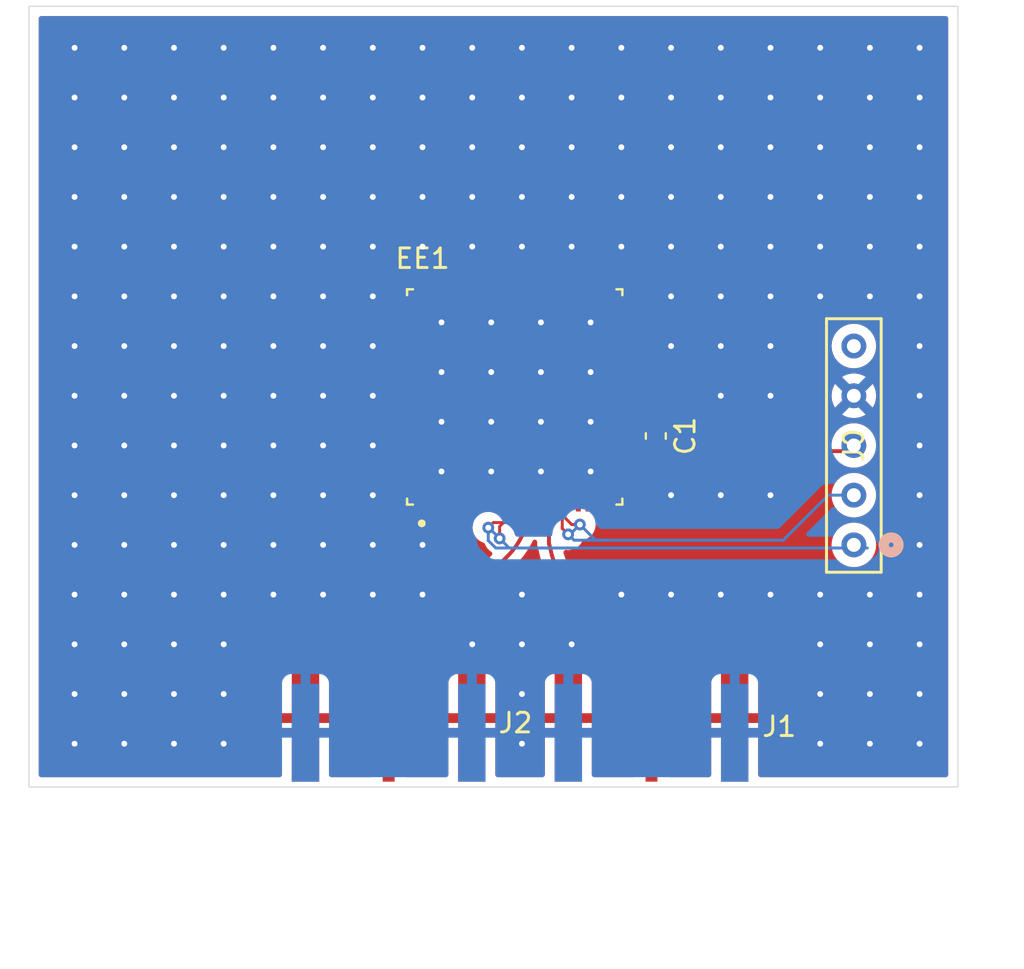
<source format=kicad_pcb>
(kicad_pcb (version 20240108) (generator "pcbnew") (generator_version "8.0")
  (layers (0 "F.Cu" signal) (1 "In1.Cu" signal) (2 "In2.Cu" signal) (31 "B.Cu" signal) (34 "B.Paste" user) (35 "F.Paste" user) (36 "B.SilkS" user "B.Silkscreen") (37 "F.SilkS" user "F.Silkscreen") (38 "B.Mask" user) (39 "F.Mask" user) (44 "Edge.Cuts" user))
  (net 0 "")
  (net 1 "VDD_Mel")
  (net 2 "F0_Mel")
  (net 4 "GND")
  (net 5 "VS_Mel")
  (net 6 "VC_Mel")
  (net 7 "f180_Mel")
  (footprint "foot:QFN50P1100X1100X90-81N" (layer "F.Cu") (at 103.77 96.58 90)
    (property "Reference" "EE1" (at 7.07 -4.71 180) (layer "F.SilkS"))
    (property "Value" "~")
    (fp_line (start 5.5 -5.5) (end 5.2 -5.5) (stroke (width 0.127)) (layer "F.SilkS"))
    (fp_line (start 5.5 -5.5) (end 5.5 -5.2) (stroke (width 0.127)) (layer "F.SilkS"))
    (fp_line (start -5.5 -5.5) (end -5.2 -5.5) (stroke (width 0.127)) (layer "F.SilkS"))
    (fp_line (start -5.5 -5.5) (end -5.5 -5.2) (stroke (width 0.127)) (layer "F.SilkS"))
    (fp_line (start 5.5 5.5) (end 5.5 5.2) (stroke (width 0.127)) (layer "F.SilkS"))
    (fp_line (start 5.5 5.5) (end 5.2 5.5) (stroke (width 0.127)) (layer "F.SilkS"))
    (fp_line (start -5.5 5.5) (end -5.5 5.2) (stroke (width 0.127)) (layer "F.SilkS"))
    (fp_line (start -5.5 5.5) (end -5.2 5.5) (stroke (width 0.127)) (layer "F.SilkS"))
    (fp_circle (center -6.46 -4.75) (end -6.36 -4.75) (stroke (width 0.2)) (fill none) (layer "F.SilkS"))
    (pad "1" smd roundrect (at -5.45 -4.75 90) (size 0.81 0.26) (layers "F.Cu" "F.Paste" "F.Mask") (roundrect_rratio 0.125) (net 4 "GND"))
    (pad "2" smd roundrect (at -5.45 -4.25 90) (size 0.81 0.26) (layers "F.Cu" "F.Paste" "F.Mask") (roundrect_rratio 0.125) (net 4 "GND"))
    (pad "3" smd roundrect (at -5.45 -3.75 90) (size 0.81 0.26) (layers "F.Cu" "F.Paste" "F.Mask") (roundrect_rratio 0.125) (net 4 "GND"))
    (pad "4" smd roundrect (at -5.45 -3.25 90) (size 0.81 0.26) (layers "F.Cu" "F.Paste" "F.Mask") (roundrect_rratio 0.125) (net 4 "GND"))
    (pad "5" smd roundrect (at -5.45 -2.75 90) (size 0.81 0.26) (layers "F.Cu" "F.Paste" "F.Mask") (roundrect_rratio 0.125) (net 4 "GND"))
    (pad "6" smd roundrect (at -5.45 -2.25 90) (size 0.81 0.26) (layers "F.Cu" "F.Paste" "F.Mask") (roundrect_rratio 0.125) (net 4 "GND"))
    (pad "7" smd roundrect (at -5.45 -1.75 90) (size 0.81 0.26) (layers "F.Cu" "F.Paste" "F.Mask") (roundrect_rratio 0.125) (net 4 "GND"))
    (pad "8" smd roundrect (at -5.45 -1.25 90) (size 0.81 0.26) (layers "F.Cu" "F.Paste" "F.Mask") (roundrect_rratio 0.125) (net 4 "GND"))
    (pad "9" smd roundrect (at -5.45 -0.75 90) (size 0.81 0.26) (layers "F.Cu" "F.Paste" "F.Mask") (roundrect_rratio 0.125) (net 4 "GND"))
    (pad "10" smd roundrect (at -5.45 -0.25 90) (size 0.81 0.26) (layers "F.Cu" "F.Paste" "F.Mask") (roundrect_rratio 0.125) (net 4 "GND"))
    (pad "11" smd roundrect (at -5.45 0.25 90) (size 0.81 0.26) (layers "F.Cu" "F.Paste" "F.Mask") (roundrect_rratio 0.125) (net 5 "VS_Mel"))
    (pad "12" smd roundrect (at -5.45 0.75 90) (size 0.81 0.26) (layers "F.Cu" "F.Paste" "F.Mask") (roundrect_rratio 0.125) (net 2 "F0_Mel"))
    (pad "13" smd roundrect (at -5.45 1.25 90) (size 0.81 0.26) (layers "F.Cu" "F.Paste" "F.Mask") (roundrect_rratio 0.125) (net 4 "GND"))
    (pad "14" smd roundrect (at -5.45 1.75 90) (size 0.81 0.26) (layers "F.Cu" "F.Paste" "F.Mask") (roundrect_rratio 0.125) (net 7 "f180_Mel"))
    (pad "15" smd roundrect (at -5.45 2.25 90) (size 0.81 0.26) (layers "F.Cu" "F.Paste" "F.Mask") (roundrect_rratio 0.125) (net 6 "VC_Mel"))
    (pad "16" smd roundrect (at -5.45 2.75 90) (size 0.81 0.26) (layers "F.Cu" "F.Paste" "F.Mask") (roundrect_rratio 0.125) (net 4 "GND"))
    (pad "17" smd roundrect (at -5.45 3.25 90) (size 0.81 0.26) (layers "F.Cu" "F.Paste" "F.Mask") (roundrect_rratio 0.125) (net 4 "GND"))
    (pad "18" smd roundrect (at -5.45 3.75 90) (size 0.81 0.26) (layers "F.Cu" "F.Paste" "F.Mask") (roundrect_rratio 0.125) (net 4 "GND"))
    (pad "19" smd roundrect (at -5.45 4.25 90) (size 0.81 0.26) (layers "F.Cu" "F.Paste" "F.Mask") (roundrect_rratio 0.125) (net 4 "GND"))
    (pad "20" smd roundrect (at -5.45 4.75 90) (size 0.81 0.26) (layers "F.Cu" "F.Paste" "F.Mask") (roundrect_rratio 0.125) (net 4 "GND"))
    (pad "21" smd roundrect (at -4.75 5.45 90) (size 0.26 0.81) (layers "F.Cu" "F.Paste" "F.Mask") (roundrect_rratio 0.125) (net 4 "GND"))
    (pad "22" smd roundrect (at -4.25 5.45 90) (size 0.26 0.81) (layers "F.Cu" "F.Paste" "F.Mask") (roundrect_rratio 0.125) (net 4 "GND"))
    (pad "23" smd roundrect (at -3.75 5.45 90) (size 0.26 0.81) (layers "F.Cu" "F.Paste" "F.Mask") (roundrect_rratio 0.125) (net 4 "GND"))
    (pad "24" smd roundrect (at -3.25 5.45 90) (size 0.26 0.81) (layers "F.Cu" "F.Paste" "F.Mask") (roundrect_rratio 0.125) (net 4 "GND"))
    (pad "25" smd roundrect (at -2.75 5.45 90) (size 0.26 0.81) (layers "F.Cu" "F.Paste" "F.Mask") (roundrect_rratio 0.125) (net 1 "VDD_Mel"))
    (pad "26" smd roundrect (at -2.25 5.45 90) (size 0.26 0.81) (layers "F.Cu" "F.Paste" "F.Mask") (roundrect_rratio 0.125) (net 4 "GND"))
    (pad "27" smd roundrect (at -1.75 5.45 90) (size 0.26 0.81) (layers "F.Cu" "F.Paste" "F.Mask") (roundrect_rratio 0.125) (net 4 "GND"))
    (pad "28" smd roundrect (at -1.25 5.45 90) (size 0.26 0.81) (layers "F.Cu" "F.Paste" "F.Mask") (roundrect_rratio 0.125) (net 4 "GND"))
    (pad "29" smd roundrect (at -0.75 5.45 90) (size 0.26 0.81) (layers "F.Cu" "F.Paste" "F.Mask") (roundrect_rratio 0.125) (net 4 "GND"))
    (pad "30" smd roundrect (at -0.25 5.45 90) (size 0.26 0.81) (layers "F.Cu" "F.Paste" "F.Mask") (roundrect_rratio 0.125) (net 4 "GND"))
    (pad "31" smd roundrect (at 0.25 5.45 90) (size 0.26 0.81) (layers "F.Cu" "F.Paste" "F.Mask") (roundrect_rratio 0.125) (net 4 "GND"))
    (pad "32" smd roundrect (at 0.75 5.45 90) (size 0.26 0.81) (layers "F.Cu" "F.Paste" "F.Mask") (roundrect_rratio 0.125) (net 4 "GND"))
    (pad "33" smd roundrect (at 1.25 5.45 90) (size 0.26 0.81) (layers "F.Cu" "F.Paste" "F.Mask") (roundrect_rratio 0.125) (net 4 "GND"))
    (pad "34" smd roundrect (at 1.75 5.45 90) (size 0.26 0.81) (layers "F.Cu" "F.Paste" "F.Mask") (roundrect_rratio 0.125) (net 4 "GND"))
    (pad "35" smd roundrect (at 2.25 5.45 90) (size 0.26 0.81) (layers "F.Cu" "F.Paste" "F.Mask") (roundrect_rratio 0.125) (net 4 "GND"))
    (pad "36" smd roundrect (at 2.75 5.45 90) (size 0.26 0.81) (layers "F.Cu" "F.Paste" "F.Mask") (roundrect_rratio 0.125) (net 4 "GND"))
    (pad "37" smd roundrect (at 3.25 5.45 90) (size 0.26 0.81) (layers "F.Cu" "F.Paste" "F.Mask") (roundrect_rratio 0.125) (net 4 "GND"))
    (pad "38" smd roundrect (at 3.75 5.45 90) (size 0.26 0.81) (layers "F.Cu" "F.Paste" "F.Mask") (roundrect_rratio 0.125) (net 4 "GND"))
    (pad "39" smd roundrect (at 4.25 5.45 90) (size 0.26 0.81) (layers "F.Cu" "F.Paste" "F.Mask") (roundrect_rratio 0.125) (net 4 "GND"))
    (pad "40" smd roundrect (at 4.75 5.45 90) (size 0.26 0.81) (layers "F.Cu" "F.Paste" "F.Mask") (roundrect_rratio 0.125) (net 4 "GND"))
    (pad "41" smd roundrect (at 5.45 4.75 90) (size 0.81 0.26) (layers "F.Cu" "F.Paste" "F.Mask") (roundrect_rratio 0.125) (net 4 "GND"))
    (pad "42" smd roundrect (at 5.45 4.25 90) (size 0.81 0.26) (layers "F.Cu" "F.Paste" "F.Mask") (roundrect_rratio 0.125) (net 4 "GND"))
    (pad "43" smd roundrect (at 5.45 3.75 90) (size 0.81 0.26) (layers "F.Cu" "F.Paste" "F.Mask") (roundrect_rratio 0.125) (net 4 "GND"))
    (pad "44" smd roundrect (at 5.45 3.25 90) (size 0.81 0.26) (layers "F.Cu" "F.Paste" "F.Mask") (roundrect_rratio 0.125) (net 4 "GND"))
    (pad "45" smd roundrect (at 5.45 2.75 90) (size 0.81 0.26) (layers "F.Cu" "F.Paste" "F.Mask") (roundrect_rratio 0.125) (net 4 "GND"))
    (pad "46" smd roundrect (at 5.45 2.25 90) (size 0.81 0.26) (layers "F.Cu" "F.Paste" "F.Mask") (roundrect_rratio 0.125) (net 4 "GND"))
    (pad "47" smd roundrect (at 5.45 1.75 90) (size 0.81 0.26) (layers "F.Cu" "F.Paste" "F.Mask") (roundrect_rratio 0.125) (net 4 "GND"))
    (pad "48" smd roundrect (at 5.45 1.25 90) (size 0.81 0.26) (layers "F.Cu" "F.Paste" "F.Mask") (roundrect_rratio 0.125) (net 4 "GND"))
    (pad "49" smd roundrect (at 5.45 0.75 90) (size 0.81 0.26) (layers "F.Cu" "F.Paste" "F.Mask") (roundrect_rratio 0.125) (net 4 "GND"))
    (pad "50" smd roundrect (at 5.45 0.25 90) (size 0.81 0.26) (layers "F.Cu" "F.Paste" "F.Mask") (roundrect_rratio 0.125) (net 4 "GND"))
    (pad "51" smd roundrect (at 5.45 -0.25 90) (size 0.81 0.26) (layers "F.Cu" "F.Paste" "F.Mask") (roundrect_rratio 0.125) (net 4 "GND"))
    (pad "52" smd roundrect (at 5.45 -0.75 90) (size 0.81 0.26) (layers "F.Cu" "F.Paste" "F.Mask") (roundrect_rratio 0.125) (net 4 "GND"))
    (pad "53" smd roundrect (at 5.45 -1.25 90) (size 0.81 0.26) (layers "F.Cu" "F.Paste" "F.Mask") (roundrect_rratio 0.125) (net 4 "GND"))
    (pad "54" smd roundrect (at 5.45 -1.75 90) (size 0.81 0.26) (layers "F.Cu" "F.Paste" "F.Mask") (roundrect_rratio 0.125) (net 4 "GND"))
    (pad "55" smd roundrect (at 5.45 -2.25 90) (size 0.81 0.26) (layers "F.Cu" "F.Paste" "F.Mask") (roundrect_rratio 0.125) (net 4 "GND"))
    (pad "56" smd roundrect (at 5.45 -2.75 90) (size 0.81 0.26) (layers "F.Cu" "F.Paste" "F.Mask") (roundrect_rratio 0.125) (net 4 "GND"))
    (pad "57" smd roundrect (at 5.45 -3.25 90) (size 0.81 0.26) (layers "F.Cu" "F.Paste" "F.Mask") (roundrect_rratio 0.125) (net 4 "GND"))
    (pad "58" smd roundrect (at 5.45 -3.75 90) (size 0.81 0.26) (layers "F.Cu" "F.Paste" "F.Mask") (roundrect_rratio 0.125) (net 4 "GND"))
    (pad "59" smd roundrect (at 5.45 -4.25 90) (size 0.81 0.26) (layers "F.Cu" "F.Paste" "F.Mask") (roundrect_rratio 0.125) (net 4 "GND"))
    (pad "60" smd roundrect (at 5.45 -4.75 90) (size 0.81 0.26) (layers "F.Cu" "F.Paste" "F.Mask") (roundrect_rratio 0.125) (net 4 "GND"))
    (pad "61" smd roundrect (at 4.75 -5.45 90) (size 0.26 0.81) (layers "F.Cu" "F.Paste" "F.Mask") (roundrect_rratio 0.125) (net 4 "GND"))
    (pad "62" smd roundrect (at 4.25 -5.45 90) (size 0.26 0.81) (layers "F.Cu" "F.Paste" "F.Mask") (roundrect_rratio 0.125) (net 4 "GND"))
    (pad "63" smd roundrect (at 3.75 -5.45 90) (size 0.26 0.81) (layers "F.Cu" "F.Paste" "F.Mask") (roundrect_rratio 0.125) (net 4 "GND"))
    (pad "64" smd roundrect (at 3.25 -5.45 90) (size 0.26 0.81) (layers "F.Cu" "F.Paste" "F.Mask") (roundrect_rratio 0.125) (net 4 "GND"))
    (pad "65" smd roundrect (at 2.75 -5.45 90) (size 0.26 0.81) (layers "F.Cu" "F.Paste" "F.Mask") (roundrect_rratio 0.125) (net 4 "GND"))
    (pad "66" smd roundrect (at 2.25 -5.45 90) (size 0.26 0.81) (layers "F.Cu" "F.Paste" "F.Mask") (roundrect_rratio 0.125) (net 4 "GND"))
    (pad "67" smd roundrect (at 1.75 -5.45 90) (size 0.26 0.81) (layers "F.Cu" "F.Paste" "F.Mask") (roundrect_rratio 0.125) (net 4 "GND"))
    (pad "68" smd roundrect (at 1.25 -5.45 90) (size 0.26 0.81) (layers "F.Cu" "F.Paste" "F.Mask") (roundrect_rratio 0.125) (net 4 "GND"))
    (pad "69" smd roundrect (at 0.75 -5.45 90) (size 0.26 0.81) (layers "F.Cu" "F.Paste" "F.Mask") (roundrect_rratio 0.125) (net 4 "GND"))
    (pad "70" smd roundrect (at 0.25 -5.45 90) (size 0.26 0.81) (layers "F.Cu" "F.Paste" "F.Mask") (roundrect_rratio 0.125) (net 4 "GND"))
    (pad "71" smd roundrect (at -0.25 -5.45 90) (size 0.26 0.81) (layers "F.Cu" "F.Paste" "F.Mask") (roundrect_rratio 0.125) (net 4 "GND"))
    (pad "72" smd roundrect (at -0.75 -5.45 90) (size 0.26 0.81) (layers "F.Cu" "F.Paste" "F.Mask") (roundrect_rratio 0.125) (net 4 "GND"))
    (pad "73" smd roundrect (at -1.25 -5.45 90) (size 0.26 0.81) (layers "F.Cu" "F.Paste" "F.Mask") (roundrect_rratio 0.125) (net 4 "GND"))
    (pad "74" smd roundrect (at -1.75 -5.45 90) (size 0.26 0.81) (layers "F.Cu" "F.Paste" "F.Mask") (roundrect_rratio 0.125) (net 4 "GND"))
    (pad "75" smd roundrect (at -2.25 -5.45 90) (size 0.26 0.81) (layers "F.Cu" "F.Paste" "F.Mask") (roundrect_rratio 0.125) (net 4 "GND"))
    (pad "76" smd roundrect (at -2.75 -5.45 90) (size 0.26 0.81) (layers "F.Cu" "F.Paste" "F.Mask") (roundrect_rratio 0.125) (net 4 "GND"))
    (pad "77" smd roundrect (at -3.25 -5.45 90) (size 0.26 0.81) (layers "F.Cu" "F.Paste" "F.Mask") (roundrect_rratio 0.125) (net 4 "GND"))
    (pad "78" smd roundrect (at -3.75 -5.45 90) (size 0.26 0.81) (layers "F.Cu" "F.Paste" "F.Mask") (roundrect_rratio 0.125) (net 4 "GND"))
    (pad "79" smd roundrect (at -4.25 -5.45 90) (size 0.26 0.81) (layers "F.Cu" "F.Paste" "F.Mask") (roundrect_rratio 0.125) (net 4 "GND"))
    (pad "80" smd roundrect (at -4.75 -5.45 90) (size 0.26 0.81) (layers "F.Cu" "F.Paste" "F.Mask") (roundrect_rratio 0.125) (net 4 "GND"))
    (pad "81" smd rect (at 0 0 90) (size 9.2 9.2) (layers "F.Cu" "F.Mask") (net 4 "GND"))
  )
  (footprint "foot:60312202114512" (layer "F.Cu") (at 110.76 116.24)
    (property "Reference" "J1" (at 6.53 -2.815 0) (layer "F.SilkS"))
    (property "Value" "60312202114512")
    (pad "1" smd rect (at 0 -2.5) (size 0.61 5) (layers "F.Cu" "F.Paste" "F.Mask") (net 7 "f180_Mel"))
    (pad "2" smd rect (at -4.25 -3.25) (size 1.4 6.5) (layers "F.Cu" "F.Paste" "F.Mask") (net 4 "GND"))
    (pad "2" smd rect (at -4.25 -2.5) (size 1.4 5) (layers "B.Cu" "B.Paste" "B.Mask") (net 4 "GND"))
    (pad "2" smd rect (at 4.25 -3.25) (size 1.4 6.5) (layers "F.Cu" "F.Paste" "F.Mask") (net 4 "GND"))
    (pad "2" smd rect (at 4.25 -2.5) (size 1.4 5) (layers "B.Cu" "B.Paste" "B.Mask") (net 4 "GND"))
  )
  (footprint "foot:60312202114512" (layer "F.Cu") (at 97.33 116.24)
    (property "Reference" "J2" (at 6.48 -3 0) (layer "F.SilkS"))
    (property "Value" "60312202114512")
    (pad "1" smd rect (at 0 -2.5) (size 0.61 5) (layers "F.Cu" "F.Paste" "F.Mask") (net 2 "F0_Mel"))
    (pad "2" smd rect (at -4.25 -3.25) (size 1.4 6.5) (layers "F.Cu" "F.Paste" "F.Mask") (net 4 "GND"))
    (pad "2" smd rect (at -4.25 -2.5) (size 1.4 5) (layers "B.Cu" "B.Paste" "B.Mask") (net 4 "GND"))
    (pad "2" smd rect (at 4.25 -3.25) (size 1.4 6.5) (layers "F.Cu" "F.Paste" "F.Mask") (net 4 "GND"))
    (pad "2" smd rect (at 4.25 -2.5) (size 1.4 5) (layers "B.Cu" "B.Paste" "B.Mask") (net 4 "GND"))
  )
  (footprint "Capacitor_SMD:C_0603_1608Metric" (layer "F.Cu") (at 110.98 98.575 90)
    (property "Reference" "C1" (at 0 1.5 90) (layer "F.SilkS"))
    (property "Value" "1uF")
    (fp_line (start -0.14058 -0.51) (end 0.14058 -0.51) (stroke (width 0.12)) (layer "F.SilkS"))
    (fp_line (start -0.14058 0.51) (end 0.14058 0.51) (stroke (width 0.12)) (layer "F.SilkS"))
    (pad "1" smd roundrect (at -0.775 0 90) (size 0.9 0.95) (layers "F.Cu" "F.Paste" "F.Mask") (net 1 "VDD_Mel"))
    (pad "2" smd roundrect (at 0.775 0 90) (size 0.9 0.95) (layers "F.Cu" "F.Paste" "F.Mask") (net 4 "GND"))
  )
  (footprint "foot:CON5_1X5_TU_HTS_SAI" (layer "F.Cu") (at 121.1 99.06 90)
    (property "Reference" "J0" (at 0 0 90) (layer "F.SilkS"))
    (property "Value" "TS-105-G-A")
    (fp_circle (center -5.08 1.905) (end -4.699 1.905) (stroke (width 0.508)) (fill none) (layer "B.SilkS"))
    (fp_line (start 6.477 -1.397) (end -6.477 -1.397) (stroke (width 0.1524)) (layer "F.SilkS"))
    (fp_line (start -6.477 -1.397) (end -6.477 1.397) (stroke (width 0.1524)) (layer "F.SilkS"))
    (fp_line (start 6.477 1.397) (end 6.477 -1.397) (stroke (width 0.1524)) (layer "F.SilkS"))
    (fp_line (start -6.477 1.397) (end 6.477 1.397) (stroke (width 0.1524)) (layer "F.SilkS"))
    (fp_circle (center -5.08 1.905) (end -4.699 1.905) (stroke (width 0.508)) (fill none) (layer "F.SilkS"))
    (pad "1" thru_hole circle (at -5.08 0 180) (size 1.27 1.27) (drill 0.7112) (layers "*.Cu" "*.Mask") (net 5 "VS_Mel"))
    (pad "2" thru_hole circle (at -2.54 0 180) (size 1.27 1.27) (drill 0.7112) (layers "*.Cu" "*.Mask") (net 6 "VC_Mel"))
    (pad "3" thru_hole circle (at 0 0 180) (size 1.27 1.27) (drill 0.7112) (layers "*.Cu" "*.Mask") (net 1 "VDD_Mel"))
    (pad "4" thru_hole circle (at 2.54 0 180) (size 1.27 1.27) (drill 0.7112) (layers "*.Cu" "*.Mask") (net 4 "GND"))
    (pad "5" thru_hole circle (at 5.08 0 180) (size 1.27 1.27) (drill 0.7112) (layers "*.Cu" "*.Mask"))
  )
  (gr_rect (start 78.95 76.62) (end 126.42 116.51) (stroke (width 0.05)) (fill none) (layer "Edge.Cuts"))
  (segment (start 110.98 99.35) (end 120.81 99.35) (width 0.2) (layer "F.Cu") (net 1))
  (segment (start 109.535 99.22) (end 109.45 99.305) (width 0.2) (layer "F.Cu") (net 1))
  (segment (start 110.98 99.35) (end 109.24 99.35) (width 0.2) (layer "F.Cu") (net 1))
  (segment (start 109.24 99.35) (end 109.22 99.33) (width 0.2) (layer "F.Cu") (net 1))
  (segment (start 120.81 99.35) (end 121.1 99.06) (width 0.2) (layer "F.Cu") (net 1))
  (segment (start 97.57 110.55) (end 103.409842 104.710158) (width 0.2) (layer "F.Cu") (net 2))
  (segment (start 97.33 113.74) (end 97.33 111.129411) (width 0.2) (layer "F.Cu") (net 2))
  (arc (start 103.409842 104.710158) (mid 104.23148 103.480491) (end 104.52 102.03) (width 0.2) (layer "F.Cu") (net 2))
  (arc (start 97.33 111.129411) (mid 97.392374 110.815836) (end 97.57 110.55) (width 0.2) (layer "F.Cu") (net 2))
  (segment (start 107.675 99.305) (end 107.65 99.33) (width 0.2) (layer "F.Cu") (net 4))
  (segment (start 110.98 97.8) (end 119.82 97.8) (width 0.2) (layer "F.Cu") (net 4))
  (segment (start 107.65 100.33) (end 107.65 99.83) (width 0.2) (layer "F.Cu") (net 4))
  (segment (start 103.45 97.83) (end 102.2 96.58) (width 0.2) (layer "F.Cu") (net 4))
  (segment (start 108.23 97.83) (end 107.65 97.83) (width 0.2) (layer "F.Cu") (net 4))
  (segment (start 105.02 97.83) (end 103.77 96.58) (width 0.2) (layer "F.Cu") (net 4))
  (segment (start 105.02 102.03) (end 105.02 103.56) (width 0.2) (layer "F.Cu") (net 4))
  (segment (start 119.82 97.8) (end 121.1 96.52) (width 0.2) (layer "F.Cu") (net 4))
  (segment (start 105.02 102.03) (end 105.02 97.83) (width 0.2) (layer "F.Cu") (net 4))
  (segment (start 107.67 99.35) (end 107.65 99.33) (width 0.2) (layer "F.Cu") (net 4))
  (segment (start 107.65 98.33) (end 107.65 98.83) (width 0.2) (layer "F.Cu") (net 4))
  (via (at 91.44 104.14) (size 0.6) (drill 0.3) (layers "F.Cu" "B.Cu") (net 4))
  (via (at 124.46 109.22) (size 0.6) (drill 0.3) (layers "F.Cu" "B.Cu") (net 4))
  (via (at 81.28 86.36) (size 0.6) (drill 0.3) (layers "F.Cu" "B.Cu") (net 4))
  (via (at 88.9 83.82) (size 0.6) (drill 0.3) (layers "F.Cu" "B.Cu") (net 4))
  (via (at 124.46 93.98) (size 0.6) (drill 0.3) (layers "F.Cu" "B.Cu") (net 4))
  (via (at 96.52 101.6) (size 0.6) (drill 0.3) (layers "F.Cu" "B.Cu") (net 4))
  (via (at 114.3 81.28) (size 0.6) (drill 0.3) (layers "F.Cu" "B.Cu") (net 4))
  (via (at 124.46 78.74) (size 0.6) (drill 0.3) (layers "F.Cu" "B.Cu") (net 4))
  (via (at 104.14 111.76) (size 0.6) (drill 0.3) (layers "F.Cu" "B.Cu") (net 4))
  (via (at 93.98 104.14) (size 0.6) (drill 0.3) (layers "F.Cu" "B.Cu") (net 4))
  (via (at 104.14 106.68) (size 0.6) (drill 0.3) (layers "F.Cu" "B.Cu") (net 4))
  (via (at 114.3 88.9) (size 0.6) (drill 0.3) (layers "F.Cu" "B.Cu") (net 4))
  (via (at 100.03 100.39) (size 0.6) (drill 0.3) (layers "F.Cu" "B.Cu") (net 4))
  (via (at 96.52 106.68) (size 0.6) (drill 0.3) (layers "F.Cu" "B.Cu") (net 4))
  (via (at 96.52 91.44) (size 0.6) (drill 0.3) (layers "F.Cu" "B.Cu") (net 4))
  (via (at 91.44 93.98) (size 0.6) (drill 0.3) (layers "F.Cu" "B.Cu") (net 4))
  (via (at 106.68 109.22) (size 0.6) (drill 0.3) (layers "F.Cu" "B.Cu") (net 4))
  (via (at 111.76 83.82) (size 0.6) (drill 0.3) (layers "F.Cu" "B.Cu") (net 4))
  (via (at 88.9 99.06) (size 0.6) (drill 0.3) (layers "F.Cu" "B.Cu") (net 4))
  (via (at 116.84 106.68) (size 0.6) (drill 0.3) (layers "F.Cu" "B.Cu") (net 4))
  (via (at 93.98 88.9) (size 0.6) (drill 0.3) (layers "F.Cu" "B.Cu") (net 4))
  (via (at 107.65 92.77) (size 0.6) (drill 0.3) (layers "F.Cu" "B.Cu") (net 4))
  (via (at 107.65 100.39) (size 0.6) (drill 0.3) (layers "F.Cu" "B.Cu") (net 4))
  (via (at 100.03 95.31) (size 0.6) (drill 0.3) (layers "F.Cu" "B.Cu") (net 4))
  (via (at 91.44 88.9) (size 0.6) (drill 0.3) (layers "F.Cu" "B.Cu") (net 4))
  (via (at 96.52 104.14) (size 0.6) (drill 0.3) (layers "F.Cu" "B.Cu") (net 4))
  (via (at 83.82 106.68) (size 0.6) (drill 0.3) (layers "F.Cu" "B.Cu") (net 4))
  (via (at 81.28 106.68) (size 0.6) (drill 0.3) (layers "F.Cu" "B.Cu") (net 4))
  (via (at 88.9 106.68) (size 0.6) (drill 0.3) (layers "F.Cu" "B.Cu") (net 4))
  (via (at 107.65 95.31) (size 0.6) (drill 0.3) (layers "F.Cu" "B.Cu") (net 4))
  (via (at 124.46 83.82) (size 0.6) (drill 0.3) (layers "F.Cu" "B.Cu") (net 4))
  (via (at 83.82 109.22) (size 0.6) (drill 0.3) (layers "F.Cu" "B.Cu") (net 4))
  (via (at 119.38 88.9) (size 0.6) (drill 0.3) (layers "F.Cu" "B.Cu") (net 4))
  (via (at 86.36 93.98) (size 0.6) (drill 0.3) (layers "F.Cu" "B.Cu") (net 4))
  (via (at 121.92 106.68) (size 0.6) (drill 0.3) (layers "F.Cu" "B.Cu") (net 4))
  (via (at 101.6 78.74) (size 0.6) (drill 0.3) (layers "F.Cu" "B.Cu") (net 4))
  (via (at 88.9 101.6) (size 0.6) (drill 0.3) (layers "F.Cu" "B.Cu") (net 4))
  (via (at 116.84 93.98) (size 0.6) (drill 0.3) (layers "F.Cu" "B.Cu") (net 4))
  (via (at 119.38 78.74) (size 0.6) (drill 0.3) (layers "F.Cu" "B.Cu") (net 4))
  (via (at 114.3 86.36) (size 0.6) (drill 0.3) (layers "F.Cu" "B.Cu") (net 4))
  (via (at 102.57 92.77) (size 0.6) (drill 0.3) (layers "F.Cu" "B.Cu") (net 4))
  (via (at 124.46 96.52) (size 0.6) (drill 0.3) (layers "F.Cu" "B.Cu") (net 4))
  (via (at 81.28 91.44) (size 0.6) (drill 0.3) (layers "F.Cu" "B.Cu") (net 4))
  (via (at 81.28 111.76) (size 0.6) (drill 0.3) (layers "F.Cu" "B.Cu") (net 4))
  (via (at 102.57 100.39) (size 0.6) (drill 0.3) (layers "F.Cu" "B.Cu") (net 4))
  (via (at 111.76 106.68) (size 0.6) (drill 0.3) (layers "F.Cu" "B.Cu") (net 4))
  (via (at 81.28 81.28) (size 0.6) (drill 0.3) (layers "F.Cu" "B.Cu") (net 4))
  (via (at 83.82 99.06) (size 0.6) (drill 0.3) (layers "F.Cu" "B.Cu") (net 4))
  (via (at 91.44 101.6) (size 0.6) (drill 0.3) (layers "F.Cu" "B.Cu") (net 4))
  (via (at 93.98 86.36) (size 0.6) (drill 0.3) (layers "F.Cu" "B.Cu") (net 4))
  (via (at 106.68 86.36) (size 0.6) (drill 0.3) (layers "F.Cu" "B.Cu") (net 4))
  (via (at 107.65 97.85) (size 0.6) (drill 0.3) (layers "F.Cu" "B.Cu") (net 4))
  (via (at 83.82 78.74) (size 0.6) (drill 0.3) (layers "F.Cu" "B.Cu") (net 4))
  (via (at 91.44 91.44) (size 0.6) (drill 0.3) (layers "F.Cu" "B.Cu") (net 4))
  (via (at 121.92 86.36) (size 0.6) (drill 0.3) (layers "F.Cu" "B.Cu") (net 4))
  (via (at 83.82 96.52) (size 0.6) (drill 0.3) (layers "F.Cu" "B.Cu") (net 4))
  (via (at 81.28 104.14) (size 0.6) (drill 0.3) (layers "F.Cu" "B.Cu") (net 4))
  (via (at 111.76 101.6) (size 0.6) (drill 0.3) (layers "F.Cu" "B.Cu") (net 4))
  (via (at 86.36 88.9) (size 0.6) (drill 0.3) (layers "F.Cu" "B.Cu") (net 4))
  (via (at 88.9 109.22) (size 0.6) (drill 0.3) (layers "F.Cu" "B.Cu") (net 4))
  (via (at 119.38 106.68) (size 0.6) (drill 0.3) (layers "F.Cu" "B.Cu") (net 4))
  (via (at 119.38 83.82) (size 0.6) (drill 0.3) (layers "F.Cu" "B.Cu") (net 4))
  (via (at 104.14 86.36) (size 0.6) (drill 0.3) (layers "F.Cu" "B.Cu") (net 4))
  (via (at 83.82 88.9) (size 0.6) (drill 0.3) (layers "F.Cu" "B.Cu") (net 4))
  (via (at 111.76 86.36) (size 0.6) (drill 0.3) (layers "F.Cu" "B.Cu") (net 4))
  (via (at 99.06 106.68) (size 0.6) (drill 0.3) (layers "F.Cu" "B.Cu") (net 4))
  (via (at 88.9 81.28) (size 0.6) (drill 0.3) (layers "F.Cu" "B.Cu") (net 4))
  (via (at 114.3 106.68) (size 0.6) (drill 0.3) (layers "F.Cu" "B.Cu") (net 4))
  (via (at 109.22 78.74) (size 0.6) (drill 0.3) (layers "F.Cu" "B.Cu") (net 4))
  (via (at 93.98 81.28) (size 0.6) (drill 0.3) (layers "F.Cu" "B.Cu") (net 4))
  (via (at 93.98 99.06) (size 0.6) (drill 0.3) (layers "F.Cu" "B.Cu") (net 4))
  (via (at 102.57 95.31) (size 0.6) (drill 0.3) (layers "F.Cu" "B.Cu") (net 4))
  (via (at 106.68 88.9) (size 0.6) (drill 0.3) (layers "F.Cu" "B.Cu") (net 4))
  (via (at 86.36 104.14) (size 0.6) (drill 0.3) (layers "F.Cu" "B.Cu") (net 4))
  (via (at 119.38 111.76) (size 0.6) (drill 0.3) (layers "F.Cu" "B.Cu") (net 4))
  (via (at 96.52 78.74) (size 0.6) (drill 0.3) (layers "F.Cu" "B.Cu") (net 4))
  (via (at 104.14 88.9) (size 0.6) (drill 0.3) (layers "F.Cu" "B.Cu") (net 4))
  (via (at 111.76 81.28) (size 0.6) (drill 0.3) (layers "F.Cu" "B.Cu") (net 4))
  (via (at 106.68 81.28) (size 0.6) (drill 0.3) (layers "F.Cu" "B.Cu") (net 4))
  (via (at 114.3 96.52) (size 0.6) (drill 0.3) (layers "F.Cu" "B.Cu") (net 4))
  (via (at 99.06 81.28) (size 0.6) (drill 0.3) (layers "F.Cu" "B.Cu") (net 4))
  (via (at 86.36 99.06) (size 0.6) (drill 0.3) (layers "F.Cu" "B.Cu") (net 4))
  (via (at 101.6 86.36) (size 0.6) (drill 0.3) (layers "F.Cu" "B.Cu") (net 4))
  (via (at 88.9 114.3) (size 0.6) (drill 0.3) (layers "F.Cu" "B.Cu") (net 4))
  (via (at 91.44 78.74) (size 0.6) (drill 0.3) (layers "F.Cu" "B.Cu") (net 4))
  (via (at 88.9 96.52) (size 0.6) (drill 0.3) (layers "F.Cu" "B.Cu") (net 4))
  (via (at 93.98 101.6) (size 0.6) (drill 0.3) (layers "F.Cu" "B.Cu") (net 4))
  (via (at 121.92 91.44) (size 0.6) (drill 0.3) (layers "F.Cu" "B.Cu") (net 4))
  (via (at 111.76 93.98) (size 0.6) (drill 0.3) (layers "F.Cu" "B.Cu") (net 4))
  (via (at 93.98 96.52) (size 0.6) (drill 0.3) (layers "F.Cu" "B.Cu") (net 4))
  (via (at 105.11 97.85) (size 0.6) (drill 0.3) (layers "F.Cu" "B.Cu") (net 4))
  (via (at 96.52 86.36) (size 0.6) (drill 0.3) (layers "F.Cu" "B.Cu") (net 4))
  (via (at 102.57 97.85) (size 0.6) (drill 0.3) (layers "F.Cu" "B.Cu") (net 4))
  (via (at 99.06 83.82) (size 0.6) (drill 0.3) (layers "F.Cu" "B.Cu") (net 4))
  (via (at 121.92 114.3) (size 0.6) (drill 0.3) (layers "F.Cu" "B.Cu") (net 4))
  (via (at 86.36 109.22) (size 0.6) (drill 0.3) (layers "F.Cu" "B.Cu") (net 4))
  (via (at 116.84 86.36) (size 0.6) (drill 0.3) (layers "F.Cu" "B.Cu") (net 4))
  (via (at 83.82 91.44) (size 0.6) (drill 0.3) (layers "F.Cu" "B.Cu") (net 4))
  (via (at 124.46 101.6) (size 0.6) (drill 0.3) (layers "F.Cu" "B.Cu") (net 4))
  (via (at 99.06 86.36) (size 0.6) (drill 0.3) (layers "F.Cu" "B.Cu") (net 4))
  (via (at 101.6 109.22) (size 0.6) (drill 0.3) (layers "F.Cu" "B.Cu") (net 4))
  (via (at 119.38 81.28) (size 0.6) (drill 0.3) (layers "F.Cu" "B.Cu") (net 4))
  (via (at 91.44 96.52) (size 0.6) (drill 0.3) (layers "F.Cu" "B.Cu") (net 4))
  (via (at 88.9 86.36) (size 0.6) (drill 0.3) (layers "F.Cu" "B.Cu") (net 4))
  (via (at 96.52 88.9) (size 0.6) (drill 0.3) (layers "F.Cu" "B.Cu") (net 4))
  (via (at 93.98 93.98) (size 0.6) (drill 0.3) (layers "F.Cu" "B.Cu") (net 4))
  (via (at 86.36 114.3) (size 0.6) (drill 0.3) (layers "F.Cu" "B.Cu") (net 4))
  (via (at 83.82 93.98) (size 0.6) (drill 0.3) (layers "F.Cu" "B.Cu") (net 4))
  (via (at 88.9 78.74) (size 0.6) (drill 0.3) (layers "F.Cu" "B.Cu") (net 4))
  (via (at 91.44 106.68) (size 0.6) (drill 0.3) (layers "F.Cu" "B.Cu") (net 4))
  (via (at 121.92 88.9) (size 0.6) (drill 0.3) (layers "F.Cu" "B.Cu") (net 4))
  (via (at 106.68 83.82) (size 0.6) (drill 0.3) (layers "F.Cu" "B.Cu") (net 4))
  (via (at 101.6 83.82) (size 0.6) (drill 0.3) (layers "F.Cu" "B.Cu") (net 4))
  (via (at 106.68 78.74) (size 0.6) (drill 0.3) (layers "F.Cu" "B.Cu") (net 4))
  (via (at 93.98 83.82) (size 0.6) (drill 0.3) (layers "F.Cu" "B.Cu") (net 4))
  (via (at 88.9 93.98) (size 0.6) (drill 0.3) (layers "F.Cu" "B.Cu") (net 4))
  (via (at 99.06 78.74) (size 0.6) (drill 0.3) (layers "F.Cu" "B.Cu") (net 4))
  (via (at 83.82 114.3) (size 0.6) (drill 0.3) (layers "F.Cu" "B.Cu") (net 4))
  (via (at 105.11 100.39) (size 0.6) (drill 0.3) (layers "F.Cu" "B.Cu") (net 4))
  (via (at 116.84 78.74) (size 0.6) (drill 0.3) (layers "F.Cu" "B.Cu") (net 4))
  (via (at 124.46 114.3) (size 0.6) (drill 0.3) (layers "F.Cu" "B.Cu") (net 4))
  (via (at 81.28 114.3) (size 0.6) (drill 0.3) (layers "F.Cu" "B.Cu") (net 4))
  (via (at 99.06 104.14) (size 0.6) (drill 0.3) (layers "F.Cu" "B.Cu") (net 4))
  (via (at 88.9 104.14) (size 0.6) (drill 0.3) (layers "F.Cu" "B.Cu") (net 4))
  (via (at 86.36 86.36) (size 0.6) (drill 0.3) (layers "F.Cu" "B.Cu") (net 4))
  (via (at 83.82 101.6) (size 0.6) (drill 0.3) (layers "F.Cu" "B.Cu") (net 4))
  (via (at 83.82 83.82) (size 0.6) (drill 0.3) (layers "F.Cu" "B.Cu") (net 4))
  (via (at 81.28 93.98) (size 0.6) (drill 0.3) (layers "F.Cu" "B.Cu") (net 4))
  (via (at 91.44 81.28) (size 0.6) (drill 0.3) (layers "F.Cu" "B.Cu") (net 4))
  (via (at 91.44 86.36) (size 0.6) (drill 0.3) (layers "F.Cu" "B.Cu") (net 4))
  (via (at 83.82 104.14) (size 0.6) (drill 0.3) (layers "F.Cu" "B.Cu") (net 4))
  (via (at 116.84 96.52) (size 0.6) (drill 0.3) (layers "F.Cu" "B.Cu") (net 4))
  (via (at 124.46 81.28) (size 0.6) (drill 0.3) (layers "F.Cu" "B.Cu") (net 4))
  (via (at 114.3 78.74) (size 0.6) (drill 0.3) (layers "F.Cu" "B.Cu") (net 4))
  (via (at 109.22 81.28) (size 0.6) (drill 0.3) (layers "F.Cu" "B.Cu") (net 4))
  (via (at 91.44 83.82) (size 0.6) (drill 0.3) (layers "F.Cu" "B.Cu") (net 4))
  (via (at 116.84 91.44) (size 0.6) (drill 0.3) (layers "F.Cu" "B.Cu") (net 4))
  (via (at 119.38 109.22) (size 0.6) (drill 0.3) (layers "F.Cu" "B.Cu") (net 4))
  (via (at 114.3 101.6) (size 0.6) (drill 0.3) (layers "F.Cu" "B.Cu") (net 4))
  (via (at 121.92 111.76) (size 0.6) (drill 0.3) (layers "F.Cu" "B.Cu") (net 4))
  (via (at 86.36 111.76) (size 0.6) (drill 0.3) (layers "F.Cu" "B.Cu") (net 4))
  (via (at 124.46 91.44) (size 0.6) (drill 0.3) (layers "F.Cu" "B.Cu") (net 4))
  (via (at 121.92 109.22) (size 0.6) (drill 0.3) (layers "F.Cu" "B.Cu") (net 4))
  (via (at 111.76 91.44) (size 0.6) (drill 0.3) (layers "F.Cu" "B.Cu") (net 4))
  (via (at 116.84 81.28) (size 0.6) (drill 0.3) (layers "F.Cu" "B.Cu") (net 4))
  (via (at 111.76 78.74) (size 0.6) (drill 0.3) (layers "F.Cu" "B.Cu") (net 4))
  (via (at 88.9 91.44) (size 0.6) (drill 0.3) (layers "F.Cu" "B.Cu") (net 4))
  (via (at 121.92 81.28) (size 0.6) (drill 0.3) (layers "F.Cu" "B.Cu") (net 4))
  (via (at 119.38 91.44) (size 0.6) (drill 0.3) (layers "F.Cu" "B.Cu") (net 4))
  (via (at 105.11 92.77) (size 0.6) (drill 0.3) (layers "F.Cu" "B.Cu") (net 4))
  (via (at 104.14 114.3) (size 0.6) (drill 0.3) (layers "F.Cu" "B.Cu") (net 4))
  (via (at 114.3 93.98) (size 0.6) (drill 0.3) (layers "F.Cu" "B.Cu") (net 4))
  (via (at 88.9 111.76) (size 0.6) (drill 0.3) (layers "F.Cu" "B.Cu") (net 4))
  (via (at 124.46 86.36) (size 0.6) (drill 0.3) (layers "F.Cu" "B.Cu") (net 4))
  (via (at 83.82 111.76) (size 0.6) (drill 0.3) (layers "F.Cu" "B.Cu") (net 4))
  (via (at 86.36 96.52) (size 0.6) (drill 0.3) (layers "F.Cu" "B.Cu") (net 4))
  (via (at 96.52 83.82) (size 0.6) (drill 0.3) (layers "F.Cu" "B.Cu") (net 4))
  (via (at 124.46 104.14) (size 0.6) (drill 0.3) (layers "F.Cu" "B.Cu") (net 4))
  (via (at 81.28 99.06) (size 0.6) (drill 0.3) (layers "F.Cu" "B.Cu") (net 4))
  (via (at 124.46 99.06) (size 0.6) (drill 0.3) (layers "F.Cu" "B.Cu") (net 4))
  (via (at 124.46 88.9) (size 0.6) (drill 0.3) (layers "F.Cu" "B.Cu") (net 4))
  (via (at 114.3 83.82) (size 0.6) (drill 0.3) (layers "F.Cu" "B.Cu") (net 4))
  (via (at 86.36 106.68) (size 0.6) (drill 0.3) (layers "F.Cu" "B.Cu") (net 4))
  (via (at 100.03 97.85) (size 0.6) (drill 0.3) (layers "F.Cu" "B.Cu") (net 4))
  (via (at 81.28 78.74) (size 0.6) (drill 0.3) (layers "F.Cu" "B.Cu") (net 4))
  (via (at 86.36 91.44) (size 0.6) (drill 0.3) (layers "F.Cu" "B.Cu") (net 4))
  (via (at 104.14 109.22) (size 0.6) (drill 0.3) (layers "F.Cu" "B.Cu") (net 4))
  (via (at 104.14 81.28) (size 0.6) (drill 0.3) (layers "F.Cu" "B.Cu") (net 4))
  (via (at 116.84 83.82) (size 0.6) (drill 0.3) (layers "F.Cu" "B.Cu") (net 4))
  (via (at 121.92 78.74) (size 0.6) (drill 0.3) (layers "F.Cu" "B.Cu") (net 4))
  (via (at 86.36 83.82) (size 0.6) (drill 0.3) (layers "F.Cu" "B.Cu") (net 4))
  (via (at 100.03 92.77) (size 0.6) (drill 0.3) (layers "F.Cu" "B.Cu") (net 4))
  (via (at 88.9 88.9) (size 0.6) (drill 0.3) (layers "F.Cu" "B.Cu") (net 4))
  (via (at 104.14 83.82) (size 0.6) (drill 0.3) (layers "F.Cu" "B.Cu") (net 4))
  (via (at 116.84 88.9) (size 0.6) (drill 0.3) (layers "F.Cu" "B.Cu") (net 4))
  (via (at 83.82 86.36) (size 0.6) (drill 0.3) (layers "F.Cu" "B.Cu") (net 4))
  (via (at 96.52 96.52) (size 0.6) (drill 0.3) (layers "F.Cu" "B.Cu") (net 4))
  (via (at 99.06 88.9) (size 0.6) (drill 0.3) (layers "F.Cu" "B.Cu") (net 4))
  (via (at 83.82 81.28) (size 0.6) (drill 0.3) (layers "F.Cu" "B.Cu") (net 4))
  (via (at 109.22 83.82) (size 0.6) (drill 0.3) (layers "F.Cu" "B.Cu") (net 4))
  (via (at 81.28 109.22) (size 0.6) (drill 0.3) (layers "F.Cu" "B.Cu") (net 4))
  (via (at 93.98 106.68) (size 0.6) (drill 0.3) (layers "F.Cu" "B.Cu") (net 4))
  (via (at 81.28 96.52) (size 0.6) (drill 0.3) (layers "F.Cu" "B.Cu") (net 4))
  (via (at 119.38 114.3) (size 0.6) (drill 0.3) (layers "F.Cu" "B.Cu") (net 4))
  (via (at 105.11 95.31) (size 0.6) (drill 0.3) (layers "F.Cu" "B.Cu") (net 4))
  (via (at 96.52 93.98) (size 0.6) (drill 0.3) (layers "F.Cu" "B.Cu") (net 4))
  (via (at 104.14 78.74) (size 0.6) (drill 0.3) (layers "F.Cu" "B.Cu") (net 4))
  (via (at 101.6 88.9) (size 0.6) (drill 0.3) (layers "F.Cu" "B.Cu") (net 4))
  (via (at 86.36 78.74) (size 0.6) (drill 0.3) (layers "F.Cu" "B.Cu") (net 4))
  (via (at 124.46 106.68) (size 0.6) (drill 0.3) (layers "F.Cu" "B.Cu") (net 4))
  (via (at 86.36 81.28) (size 0.6) (drill 0.3) (layers "F.Cu" "B.Cu") (net 4))
  (via (at 93.98 91.44) (size 0.6) (drill 0.3) (layers "F.Cu" "B.Cu") (net 4))
  (via (at 116.84 101.6) (size 0.6) (drill 0.3) (layers "F.Cu" "B.Cu") (net 4))
  (via (at 96.52 99.06) (size 0.6) (drill 0.3) (layers "F.Cu" "B.Cu") (net 4))
  (via (at 101.6 81.28) (size 0.6) (drill 0.3) (layers "F.Cu" "B.Cu") (net 4))
  (via (at 96.52 81.28) (size 0.6) (drill 0.3) (layers "F.Cu" "B.Cu") (net 4))
  (via (at 81.28 101.6) (size 0.6) (drill 0.3) (layers "F.Cu" "B.Cu") (net 4))
  (via (at 109.22 88.9) (size 0.6) (drill 0.3) (layers "F.Cu" "B.Cu") (net 4))
  (via (at 93.98 78.74) (size 0.6) (drill 0.3) (layers "F.Cu" "B.Cu") (net 4))
  (via (at 91.44 99.06) (size 0.6) (drill 0.3) (layers "F.Cu" "B.Cu") (net 4))
  (via (at 121.92 83.82) (size 0.6) (drill 0.3) (layers "F.Cu" "B.Cu") (net 4))
  (via (at 86.36 101.6) (size 0.6) (drill 0.3) (layers "F.Cu" "B.Cu") (net 4))
  (via (at 111.76 88.9) (size 0.6) (drill 0.3) (layers "F.Cu" "B.Cu") (net 4))
  (via (at 119.38 86.36) (size 0.6) (drill 0.3) (layers "F.Cu" "B.Cu") (net 4))
  (via (at 81.28 88.9) (size 0.6) (drill 0.3) (layers "F.Cu" "B.Cu") (net 4))
  (via (at 81.28 83.82) (size 0.6) (drill 0.3) (layers "F.Cu" "B.Cu") (net 4))
  (via (at 109.22 106.68) (size 0.6) (drill 0.3) (layers "F.Cu" "B.Cu") (net 4))
  (via (at 109.22 86.36) (size 0.6) (drill 0.3) (layers "F.Cu" "B.Cu") (net 4))
  (via (at 114.3 91.44) (size 0.6) (drill 0.3) (layers "F.Cu" "B.Cu") (net 4))
  (via (at 124.46 111.76) (size 0.6) (drill 0.3) (layers "F.Cu" "B.Cu") (net 4))
  (segment (start 103 103.2) (end 103 103.81) (width 0.15) (layer "F.Cu") (net 5))
  (segment (start 104.02 102.79) (end 103.94 102.87) (width 0.15) (layer "F.Cu") (net 5))
  (segment (start 102.68 103) (end 102.42 103.26) (width 0.15) (layer "F.Cu") (net 5))
  (segment (start 103.2 103) (end 103 103.2) (width 0.15) (layer "F.Cu") (net 5))
  (segment (start 103.81 103) (end 102.68 103) (width 0.15) (layer "F.Cu") (net 5))
  (segment (start 104.02 102.03) (end 104.02 102.79) (width 0.15) (layer "F.Cu") (net 5))
  (segment (start 103.81 103) (end 103.2 103) (width 0.15) (layer "F.Cu") (net 5))
  (segment (start 103.94 102.87) (end 103.81 103) (width 0.15) (layer "F.Cu") (net 5))
  (via (at 102.42 103.26) (size 0.6) (drill 0.3) (layers "F.Cu" "B.Cu") (net 5))
  (via (at 103 103.81) (size 0.6) (drill 0.3) (layers "F.Cu" "B.Cu") (net 5))
  (segment (start 102.42 103.26) (end 102.45 103.26) (width 0.15) (layer "B.Cu") (net 5))
  (segment (start 102.42 103.26) (end 102.42 103.92) (width 0.15) (layer "B.Cu") (net 5))
  (segment (start 102.42 103.92) (end 102.8 104.3) (width 0.15) (layer "B.Cu") (net 5))
  (segment (start 102.45 103.26) (end 103 103.81) (width 0.15) (layer "B.Cu") (net 5))
  (segment (start 103 103.81) (end 103.49 104.3) (width 0.15) (layer "B.Cu") (net 5))
  (segment (start 102.8 104.3) (end 103.6 104.3) (width 0.15) (layer "B.Cu") (net 5))
  (segment (start 103.6 104.3) (end 121.79 104.3) (width 0.15) (layer "B.Cu") (net 5))
  (segment (start 103.49 104.3) (end 103.6 104.3) (width 0.15) (layer "B.Cu") (net 5))
  (segment (start 106.2 102.615772) (end 106.02 102.435772) (width 0.15) (layer "F.Cu") (net 6))
  (segment (start 106.02 102.03) (end 106.02 102.435772) (width 0.15) (layer "F.Cu") (net 6))
  (segment (start 106.5 103.6) (end 106.2 103.3) (width 0.15) (layer "F.Cu") (net 6))
  (segment (start 106.2 103.3) (end 106.2 102.615772) (width 0.15) (layer "F.Cu") (net 6))
  (segment (start 106.684228 103.1) (end 107.1 103.1) (width 0.15) (layer "F.Cu") (net 6))
  (segment (start 106.02 102.435772) (end 106.684228 103.1) (width 0.15) (layer "F.Cu") (net 6))
  (via (at 106.5 103.6) (size 0.6) (drill 0.3) (layers "F.Cu" "B.Cu") (net 6))
  (via (at 107.1 103.1) (size 0.6) (drill 0.3) (layers "F.Cu" "B.Cu") (net 6))
  (segment (start 106.5 103.6) (end 106.6 103.6) (width 0.15) (layer "B.Cu") (net 6))
  (segment (start 107.9 103.9) (end 108 103.9) (width 0.15) (layer "B.Cu") (net 6))
  (segment (start 119.8 101.6) (end 121.1 101.6) (width 0.15) (layer "B.Cu") (net 6))
  (segment (start 106.8 103.9) (end 108.5 103.9) (width 0.15) (layer "B.Cu") (net 6))
  (segment (start 106.5 103.6) (end 106.8 103.9) (width 0.15) (layer "B.Cu") (net 6))
  (segment (start 108 103.9) (end 108.5 103.9) (width 0.15) (layer "B.Cu") (net 6))
  (segment (start 108.5 103.9) (end 117.5 103.9) (width 0.15) (layer "B.Cu") (net 6))
  (segment (start 117.5 103.9) (end 119.8 101.6) (width 0.15) (layer "B.Cu") (net 6))
  (segment (start 106.6 103.6) (end 107.1 103.1) (width 0.15) (layer "B.Cu") (net 6))
  (segment (start 107.1 103.1) (end 107.9 103.9) (width 0.15) (layer "B.Cu") (net 6))
  (segment (start 107.5 103.9) (end 108 103.9) (width 0.15) (layer "B.Cu") (net 6))
  (segment (start 106.300135 106.191827) (end 106.050496 105.701886) (width 0.2) (layer "F.Cu") (net 7))
  (segment (start 106.910657 107.105529) (end 106.587446 106.660672) (width 0.2) (layer "F.Cu") (net 7))
  (segment (start 110.665439 110.925038) (end 107.460326 107.719925) (width 0.2) (layer "F.Cu") (net 7))
  (segment (start 106.587446 106.660672) (end 106.300135 106.191827) (width 0.2) (layer "F.Cu") (net 7))
  (segment (start 105.840066 105.193868) (end 105.670144 104.670905) (width 0.2) (layer "F.Cu") (net 7))
  (segment (start 105.52 104.083647) (end 105.52 102.03) (width 0.2) (layer "F.Cu") (net 7))
  (segment (start 110.76 113.74) (end 110.76 111.147279) (width 0.2) (layer "F.Cu") (net 7))
  (segment (start 111.5 112.697056) (end 111.5 114.5) (width 0.2) (layer "F.Cu") (net 7))
  (segment (start 106.050496 105.701886) (end 105.840066 105.193868) (width 0.2) (layer "F.Cu") (net 7))
  (segment (start 110.67 110.93) (end 110.665439 110.925038) (width 0.2) (layer "F.Cu") (net 7))
  (segment (start 107.460326 107.719925) (end 107.267774 107.523656) (width 0.2) (layer "F.Cu") (net 7))
  (segment (start 107.267774 107.523656) (end 106.910657 107.105529) (width 0.2) (layer "F.Cu") (net 7))
  (segment (start 105.670144 104.670905) (end 105.541778 104.136223) (width 0.2) (layer "F.Cu") (net 7))
  (arc (start 105.541778 104.136223) (mid 105.52566 104.112101) (end 105.52 104.083647) (width 0.2) (layer "F.Cu") (net 7))
  (arc (start 110.76 111.147279) (mid 110.73661 111.029688) (end 110.67 110.93) (width 0.2) (layer "F.Cu") (net 7))
  (zone (net 4) (net_name "GND") (layers "F.Cu" "In1.Cu" "B.Cu") (connect_pads (clearance 0.5)) (min_thickness 0.25) (fill yes (thermal_gap 0.5) (thermal_bridge_width 0.5))
    (polygon (pts (xy 77.47 76.3) (xy 127.3 76.3) (xy 127.24 117.93) (xy 77.48 117.94)))
  )
)
</source>
